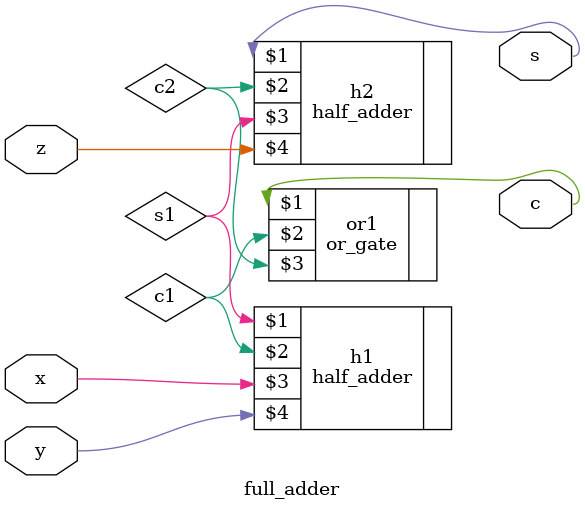
<source format=v>
module full_adder(s,c,x,y,z);

output s,c;
input x,y,z;
wire c1,c2,s1;

half_adder h1(s1,c1,x,y);
half_adder h2(s,c2,s1,z);

or_gate or1(c,c1,c2);

endmodule

</source>
